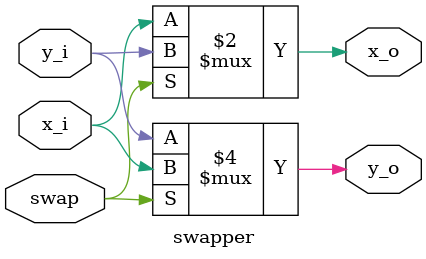
<source format=sv>
module swapper (
    input logic x_i,
    input logic y_i,
    input logic swap,
    
    output logic x_o,
    output logic y_o
    
);

assign x_o = (swap == 1'b1) ? y_i : x_i;
assign y_o = (swap == 1'b1) ? x_i : y_i;

endmodule

</source>
